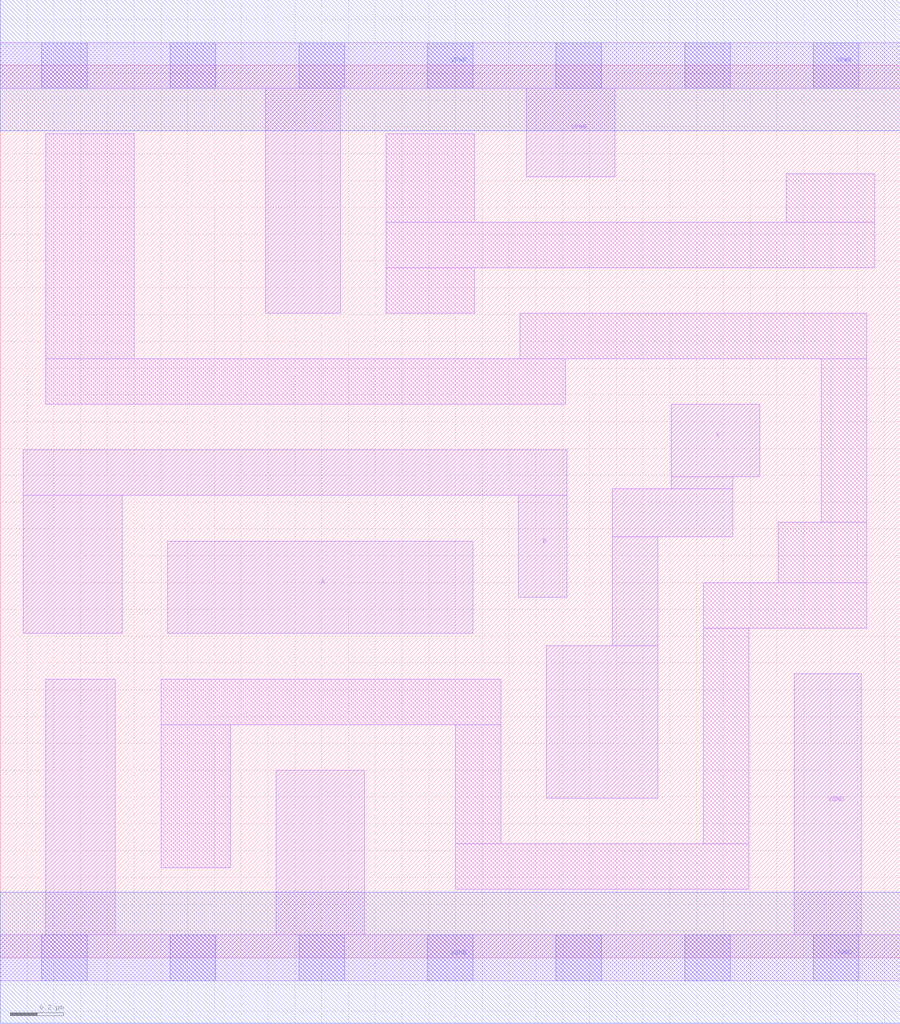
<source format=lef>
# Copyright 2020 The SkyWater PDK Authors
#
# Licensed under the Apache License, Version 2.0 (the "License");
# you may not use this file except in compliance with the License.
# You may obtain a copy of the License at
#
#     https://www.apache.org/licenses/LICENSE-2.0
#
# Unless required by applicable law or agreed to in writing, software
# distributed under the License is distributed on an "AS IS" BASIS,
# WITHOUT WARRANTIES OR CONDITIONS OF ANY KIND, either express or implied.
# See the License for the specific language governing permissions and
# limitations under the License.
#
# SPDX-License-Identifier: Apache-2.0

VERSION 5.7 ;
  NAMESCASESENSITIVE ON ;
  NOWIREEXTENSIONATPIN ON ;
  DIVIDERCHAR "/" ;
  BUSBITCHARS "[]" ;
UNITS
  DATABASE MICRONS 200 ;
END UNITS
MACRO sky130_fd_sc_lp__xor2_1
  CLASS CORE ;
  SOURCE USER ;
  FOREIGN sky130_fd_sc_lp__xor2_1 ;
  ORIGIN  0.000000  0.000000 ;
  SIZE  3.360000 BY  3.330000 ;
  SYMMETRY X Y R90 ;
  SITE unit ;
  PIN A
    ANTENNAGATEAREA  0.630000 ;
    DIRECTION INPUT ;
    USE SIGNAL ;
    PORT
      LAYER li1 ;
        RECT 0.625000 1.210000 1.765000 1.555000 ;
    END
  END A
  PIN B
    ANTENNAGATEAREA  0.630000 ;
    DIRECTION INPUT ;
    USE SIGNAL ;
    PORT
      LAYER li1 ;
        RECT 0.085000 1.210000 0.455000 1.725000 ;
        RECT 0.085000 1.725000 2.115000 1.895000 ;
        RECT 1.935000 1.345000 2.115000 1.725000 ;
    END
  END B
  PIN X
    ANTENNADIFFAREA  0.846300 ;
    DIRECTION OUTPUT ;
    USE SIGNAL ;
    PORT
      LAYER li1 ;
        RECT 2.040000 0.595000 2.455000 1.165000 ;
        RECT 2.285000 1.165000 2.455000 1.570000 ;
        RECT 2.285000 1.570000 2.735000 1.750000 ;
        RECT 2.505000 1.750000 2.735000 1.795000 ;
        RECT 2.505000 1.795000 2.835000 2.065000 ;
    END
  END X
  PIN VGND
    DIRECTION INOUT ;
    USE GROUND ;
    PORT
      LAYER li1 ;
        RECT 0.000000 -0.085000 3.360000 0.085000 ;
        RECT 0.170000  0.085000 0.430000 1.040000 ;
        RECT 1.030000  0.085000 1.360000 0.700000 ;
        RECT 2.965000  0.085000 3.215000 1.060000 ;
      LAYER mcon ;
        RECT 0.155000 -0.085000 0.325000 0.085000 ;
        RECT 0.635000 -0.085000 0.805000 0.085000 ;
        RECT 1.115000 -0.085000 1.285000 0.085000 ;
        RECT 1.595000 -0.085000 1.765000 0.085000 ;
        RECT 2.075000 -0.085000 2.245000 0.085000 ;
        RECT 2.555000 -0.085000 2.725000 0.085000 ;
        RECT 3.035000 -0.085000 3.205000 0.085000 ;
      LAYER met1 ;
        RECT 0.000000 -0.245000 3.360000 0.245000 ;
    END
  END VGND
  PIN VPWR
    DIRECTION INOUT ;
    USE POWER ;
    PORT
      LAYER li1 ;
        RECT 0.000000 3.245000 3.360000 3.415000 ;
        RECT 0.990000 2.405000 1.270000 3.245000 ;
        RECT 1.965000 2.915000 2.295000 3.245000 ;
      LAYER mcon ;
        RECT 0.155000 3.245000 0.325000 3.415000 ;
        RECT 0.635000 3.245000 0.805000 3.415000 ;
        RECT 1.115000 3.245000 1.285000 3.415000 ;
        RECT 1.595000 3.245000 1.765000 3.415000 ;
        RECT 2.075000 3.245000 2.245000 3.415000 ;
        RECT 2.555000 3.245000 2.725000 3.415000 ;
        RECT 3.035000 3.245000 3.205000 3.415000 ;
      LAYER met1 ;
        RECT 0.000000 3.085000 3.360000 3.575000 ;
    END
  END VPWR
  OBS
    LAYER li1 ;
      RECT 0.170000 2.065000 2.110000 2.235000 ;
      RECT 0.170000 2.235000 0.500000 3.075000 ;
      RECT 0.600000 0.335000 0.860000 0.870000 ;
      RECT 0.600000 0.870000 1.870000 1.040000 ;
      RECT 1.440000 2.405000 1.770000 2.575000 ;
      RECT 1.440000 2.575000 3.265000 2.745000 ;
      RECT 1.440000 2.745000 1.770000 3.075000 ;
      RECT 1.700000 0.255000 2.795000 0.425000 ;
      RECT 1.700000 0.425000 1.870000 0.870000 ;
      RECT 1.940000 2.235000 3.235000 2.405000 ;
      RECT 2.625000 0.425000 2.795000 1.230000 ;
      RECT 2.625000 1.230000 3.235000 1.400000 ;
      RECT 2.905000 1.400000 3.235000 1.625000 ;
      RECT 2.935000 2.745000 3.265000 2.925000 ;
      RECT 3.065000 1.625000 3.235000 2.235000 ;
  END
END sky130_fd_sc_lp__xor2_1

</source>
